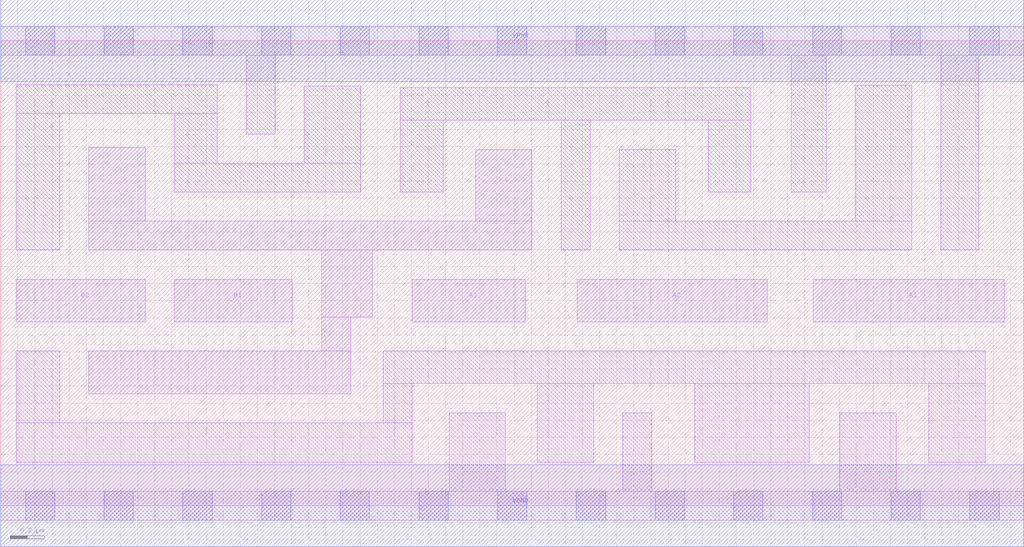
<source format=lef>
# Copyright 2020 The SkyWater PDK Authors
#
# Licensed under the Apache License, Version 2.0 (the "License");
# you may not use this file except in compliance with the License.
# You may obtain a copy of the License at
#
#     https://www.apache.org/licenses/LICENSE-2.0
#
# Unless required by applicable law or agreed to in writing, software
# distributed under the License is distributed on an "AS IS" BASIS,
# WITHOUT WARRANTIES OR CONDITIONS OF ANY KIND, either express or implied.
# See the License for the specific language governing permissions and
# limitations under the License.
#
# SPDX-License-Identifier: Apache-2.0

VERSION 5.7 ;
  NAMESCASESENSITIVE ON ;
  NOWIREEXTENSIONATPIN ON ;
  DIVIDERCHAR "/" ;
  BUSBITCHARS "[]" ;
UNITS
  DATABASE MICRONS 200 ;
END UNITS
MACRO sky130_fd_sc_hd__o32ai_2
  CLASS CORE ;
  SOURCE USER ;
  FOREIGN sky130_fd_sc_hd__o32ai_2 ;
  ORIGIN  0.000000  0.000000 ;
  SIZE  5.980000 BY  2.720000 ;
  SYMMETRY X Y R90 ;
  SITE unithd ;
  PIN A1
    ANTENNAGATEAREA  0.495000 ;
    DIRECTION INPUT ;
    USE SIGNAL ;
    PORT
      LAYER li1 ;
        RECT 4.750000 1.075000 5.865000 1.325000 ;
    END
  END A1
  PIN A2
    ANTENNAGATEAREA  0.495000 ;
    DIRECTION INPUT ;
    USE SIGNAL ;
    PORT
      LAYER li1 ;
        RECT 3.370000 1.075000 4.480000 1.325000 ;
    END
  END A2
  PIN A3
    ANTENNAGATEAREA  0.495000 ;
    DIRECTION INPUT ;
    USE SIGNAL ;
    PORT
      LAYER li1 ;
        RECT 2.405000 1.075000 3.065000 1.325000 ;
    END
  END A3
  PIN B1
    ANTENNAGATEAREA  0.495000 ;
    DIRECTION INPUT ;
    USE SIGNAL ;
    PORT
      LAYER li1 ;
        RECT 1.015000 1.075000 1.705000 1.325000 ;
    END
  END B1
  PIN B2
    ANTENNAGATEAREA  0.495000 ;
    DIRECTION INPUT ;
    USE SIGNAL ;
    PORT
      LAYER li1 ;
        RECT 0.090000 1.075000 0.845000 1.325000 ;
    END
  END B2
  PIN Y
    ANTENNADIFFAREA  0.891000 ;
    DIRECTION OUTPUT ;
    USE SIGNAL ;
    PORT
      LAYER li1 ;
        RECT 0.515000 0.655000 2.045000 0.905000 ;
        RECT 0.515000 1.495000 3.105000 1.665000 ;
        RECT 0.515000 1.665000 0.845000 2.095000 ;
        RECT 1.875000 0.905000 2.045000 1.105000 ;
        RECT 1.875000 1.105000 2.170000 1.495000 ;
        RECT 2.775000 1.665000 3.105000 2.085000 ;
    END
  END Y
  PIN VGND
    DIRECTION INOUT ;
    SHAPE ABUTMENT ;
    USE GROUND ;
    PORT
      LAYER met1 ;
        RECT 0.000000 -0.240000 5.980000 0.240000 ;
    END
  END VGND
  PIN VPWR
    DIRECTION INOUT ;
    SHAPE ABUTMENT ;
    USE POWER ;
    PORT
      LAYER met1 ;
        RECT 0.000000 2.480000 5.980000 2.960000 ;
    END
  END VPWR
  OBS
    LAYER li1 ;
      RECT 0.000000 -0.085000 5.980000 0.085000 ;
      RECT 0.000000  2.635000 5.980000 2.805000 ;
      RECT 0.090000  0.255000 2.405000 0.485000 ;
      RECT 0.090000  0.485000 0.345000 0.905000 ;
      RECT 0.090000  1.495000 0.345000 2.295000 ;
      RECT 0.090000  2.295000 1.265000 2.465000 ;
      RECT 1.015000  1.835000 2.105000 2.005000 ;
      RECT 1.015000  2.005000 1.265000 2.295000 ;
      RECT 1.435000  2.175000 1.605000 2.635000 ;
      RECT 1.775000  2.005000 2.105000 2.455000 ;
      RECT 2.235000  0.485000 2.405000 0.715000 ;
      RECT 2.235000  0.715000 5.755000 0.905000 ;
      RECT 2.335000  1.835000 2.585000 2.255000 ;
      RECT 2.335000  2.255000 4.385000 2.445000 ;
      RECT 2.620000  0.085000 2.950000 0.545000 ;
      RECT 3.135000  0.255000 3.465000 0.715000 ;
      RECT 3.275000  1.495000 3.445000 2.255000 ;
      RECT 3.615000  1.495000 5.325000 1.665000 ;
      RECT 3.615000  1.665000 3.945000 2.085000 ;
      RECT 3.635000  0.085000 3.805000 0.545000 ;
      RECT 4.055000  0.255000 4.725000 0.715000 ;
      RECT 4.135000  1.835000 4.385000 2.255000 ;
      RECT 4.620000  1.835000 4.825000 2.635000 ;
      RECT 4.905000  0.085000 5.235000 0.545000 ;
      RECT 4.995000  1.665000 5.325000 2.460000 ;
      RECT 5.425000  0.255000 5.755000 0.715000 ;
      RECT 5.495000  1.495000 5.715000 2.635000 ;
    LAYER mcon ;
      RECT 0.145000 -0.085000 0.315000 0.085000 ;
      RECT 0.145000  2.635000 0.315000 2.805000 ;
      RECT 0.605000 -0.085000 0.775000 0.085000 ;
      RECT 0.605000  2.635000 0.775000 2.805000 ;
      RECT 1.065000 -0.085000 1.235000 0.085000 ;
      RECT 1.065000  2.635000 1.235000 2.805000 ;
      RECT 1.525000 -0.085000 1.695000 0.085000 ;
      RECT 1.525000  2.635000 1.695000 2.805000 ;
      RECT 1.985000 -0.085000 2.155000 0.085000 ;
      RECT 1.985000  2.635000 2.155000 2.805000 ;
      RECT 2.445000 -0.085000 2.615000 0.085000 ;
      RECT 2.445000  2.635000 2.615000 2.805000 ;
      RECT 2.905000 -0.085000 3.075000 0.085000 ;
      RECT 2.905000  2.635000 3.075000 2.805000 ;
      RECT 3.365000 -0.085000 3.535000 0.085000 ;
      RECT 3.365000  2.635000 3.535000 2.805000 ;
      RECT 3.825000 -0.085000 3.995000 0.085000 ;
      RECT 3.825000  2.635000 3.995000 2.805000 ;
      RECT 4.285000 -0.085000 4.455000 0.085000 ;
      RECT 4.285000  2.635000 4.455000 2.805000 ;
      RECT 4.745000 -0.085000 4.915000 0.085000 ;
      RECT 4.745000  2.635000 4.915000 2.805000 ;
      RECT 5.205000 -0.085000 5.375000 0.085000 ;
      RECT 5.205000  2.635000 5.375000 2.805000 ;
      RECT 5.665000 -0.085000 5.835000 0.085000 ;
      RECT 5.665000  2.635000 5.835000 2.805000 ;
  END
END sky130_fd_sc_hd__o32ai_2
END LIBRARY

</source>
